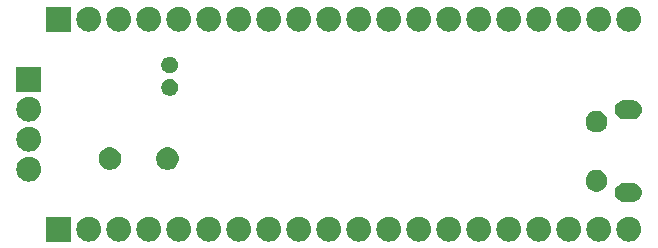
<source format=gbs>
G04 #@! TF.GenerationSoftware,KiCad,Pcbnew,(5.0.2)-1*
G04 #@! TF.CreationDate,2019-03-28T08:34:28+01:00*
G04 #@! TF.ProjectId,mibo48_xmc4,6d69626f-3438-45f7-986d-63342e6b6963,rev?*
G04 #@! TF.SameCoordinates,PX7a53eb0PY5ad6650*
G04 #@! TF.FileFunction,Soldermask,Bot*
G04 #@! TF.FilePolarity,Negative*
%FSLAX46Y46*%
G04 Gerber Fmt 4.6, Leading zero omitted, Abs format (unit mm)*
G04 Created by KiCad (PCBNEW (5.0.2)-1) date 2019-03-28 08:34:28*
%MOMM*%
%LPD*%
G01*
G04 APERTURE LIST*
%ADD10C,0.100000*%
G04 APERTURE END LIST*
D10*
G36*
X21718707Y-18007596D02*
X21795836Y-18015193D01*
X21927787Y-18055220D01*
X21993763Y-18075233D01*
X22176172Y-18172733D01*
X22336054Y-18303946D01*
X22467267Y-18463828D01*
X22564767Y-18646237D01*
X22564767Y-18646238D01*
X22624807Y-18844164D01*
X22645080Y-19050000D01*
X22624807Y-19255836D01*
X22584780Y-19387787D01*
X22564767Y-19453763D01*
X22467267Y-19636172D01*
X22336054Y-19796054D01*
X22176172Y-19927267D01*
X21993763Y-20024767D01*
X21927787Y-20044780D01*
X21795836Y-20084807D01*
X21718707Y-20092403D01*
X21641580Y-20100000D01*
X21538420Y-20100000D01*
X21461293Y-20092403D01*
X21384164Y-20084807D01*
X21252213Y-20044780D01*
X21186237Y-20024767D01*
X21003828Y-19927267D01*
X20843946Y-19796054D01*
X20712733Y-19636172D01*
X20615233Y-19453763D01*
X20595220Y-19387787D01*
X20555193Y-19255836D01*
X20534920Y-19050000D01*
X20555193Y-18844164D01*
X20615233Y-18646238D01*
X20615233Y-18646237D01*
X20712733Y-18463828D01*
X20843946Y-18303946D01*
X21003828Y-18172733D01*
X21186237Y-18075233D01*
X21252213Y-18055220D01*
X21384164Y-18015193D01*
X21461293Y-18007596D01*
X21538420Y-18000000D01*
X21641580Y-18000000D01*
X21718707Y-18007596D01*
X21718707Y-18007596D01*
G37*
G36*
X29338707Y-18007596D02*
X29415836Y-18015193D01*
X29547787Y-18055220D01*
X29613763Y-18075233D01*
X29796172Y-18172733D01*
X29956054Y-18303946D01*
X30087267Y-18463828D01*
X30184767Y-18646237D01*
X30184767Y-18646238D01*
X30244807Y-18844164D01*
X30265080Y-19050000D01*
X30244807Y-19255836D01*
X30204780Y-19387787D01*
X30184767Y-19453763D01*
X30087267Y-19636172D01*
X29956054Y-19796054D01*
X29796172Y-19927267D01*
X29613763Y-20024767D01*
X29547787Y-20044780D01*
X29415836Y-20084807D01*
X29338707Y-20092403D01*
X29261580Y-20100000D01*
X29158420Y-20100000D01*
X29081293Y-20092403D01*
X29004164Y-20084807D01*
X28872213Y-20044780D01*
X28806237Y-20024767D01*
X28623828Y-19927267D01*
X28463946Y-19796054D01*
X28332733Y-19636172D01*
X28235233Y-19453763D01*
X28215220Y-19387787D01*
X28175193Y-19255836D01*
X28154920Y-19050000D01*
X28175193Y-18844164D01*
X28235233Y-18646238D01*
X28235233Y-18646237D01*
X28332733Y-18463828D01*
X28463946Y-18303946D01*
X28623828Y-18172733D01*
X28806237Y-18075233D01*
X28872213Y-18055220D01*
X29004164Y-18015193D01*
X29081293Y-18007596D01*
X29158420Y-18000000D01*
X29261580Y-18000000D01*
X29338707Y-18007596D01*
X29338707Y-18007596D01*
G37*
G36*
X7400000Y-20100000D02*
X5300000Y-20100000D01*
X5300000Y-18000000D01*
X7400000Y-18000000D01*
X7400000Y-20100000D01*
X7400000Y-20100000D01*
G37*
G36*
X9018707Y-18007596D02*
X9095836Y-18015193D01*
X9227787Y-18055220D01*
X9293763Y-18075233D01*
X9476172Y-18172733D01*
X9636054Y-18303946D01*
X9767267Y-18463828D01*
X9864767Y-18646237D01*
X9864767Y-18646238D01*
X9924807Y-18844164D01*
X9945080Y-19050000D01*
X9924807Y-19255836D01*
X9884780Y-19387787D01*
X9864767Y-19453763D01*
X9767267Y-19636172D01*
X9636054Y-19796054D01*
X9476172Y-19927267D01*
X9293763Y-20024767D01*
X9227787Y-20044780D01*
X9095836Y-20084807D01*
X9018707Y-20092403D01*
X8941580Y-20100000D01*
X8838420Y-20100000D01*
X8761293Y-20092403D01*
X8684164Y-20084807D01*
X8552213Y-20044780D01*
X8486237Y-20024767D01*
X8303828Y-19927267D01*
X8143946Y-19796054D01*
X8012733Y-19636172D01*
X7915233Y-19453763D01*
X7895220Y-19387787D01*
X7855193Y-19255836D01*
X7834920Y-19050000D01*
X7855193Y-18844164D01*
X7915233Y-18646238D01*
X7915233Y-18646237D01*
X8012733Y-18463828D01*
X8143946Y-18303946D01*
X8303828Y-18172733D01*
X8486237Y-18075233D01*
X8552213Y-18055220D01*
X8684164Y-18015193D01*
X8761293Y-18007596D01*
X8838420Y-18000000D01*
X8941580Y-18000000D01*
X9018707Y-18007596D01*
X9018707Y-18007596D01*
G37*
G36*
X11558707Y-18007596D02*
X11635836Y-18015193D01*
X11767787Y-18055220D01*
X11833763Y-18075233D01*
X12016172Y-18172733D01*
X12176054Y-18303946D01*
X12307267Y-18463828D01*
X12404767Y-18646237D01*
X12404767Y-18646238D01*
X12464807Y-18844164D01*
X12485080Y-19050000D01*
X12464807Y-19255836D01*
X12424780Y-19387787D01*
X12404767Y-19453763D01*
X12307267Y-19636172D01*
X12176054Y-19796054D01*
X12016172Y-19927267D01*
X11833763Y-20024767D01*
X11767787Y-20044780D01*
X11635836Y-20084807D01*
X11558707Y-20092403D01*
X11481580Y-20100000D01*
X11378420Y-20100000D01*
X11301293Y-20092403D01*
X11224164Y-20084807D01*
X11092213Y-20044780D01*
X11026237Y-20024767D01*
X10843828Y-19927267D01*
X10683946Y-19796054D01*
X10552733Y-19636172D01*
X10455233Y-19453763D01*
X10435220Y-19387787D01*
X10395193Y-19255836D01*
X10374920Y-19050000D01*
X10395193Y-18844164D01*
X10455233Y-18646238D01*
X10455233Y-18646237D01*
X10552733Y-18463828D01*
X10683946Y-18303946D01*
X10843828Y-18172733D01*
X11026237Y-18075233D01*
X11092213Y-18055220D01*
X11224164Y-18015193D01*
X11301293Y-18007596D01*
X11378420Y-18000000D01*
X11481580Y-18000000D01*
X11558707Y-18007596D01*
X11558707Y-18007596D01*
G37*
G36*
X14098707Y-18007596D02*
X14175836Y-18015193D01*
X14307787Y-18055220D01*
X14373763Y-18075233D01*
X14556172Y-18172733D01*
X14716054Y-18303946D01*
X14847267Y-18463828D01*
X14944767Y-18646237D01*
X14944767Y-18646238D01*
X15004807Y-18844164D01*
X15025080Y-19050000D01*
X15004807Y-19255836D01*
X14964780Y-19387787D01*
X14944767Y-19453763D01*
X14847267Y-19636172D01*
X14716054Y-19796054D01*
X14556172Y-19927267D01*
X14373763Y-20024767D01*
X14307787Y-20044780D01*
X14175836Y-20084807D01*
X14098707Y-20092403D01*
X14021580Y-20100000D01*
X13918420Y-20100000D01*
X13841293Y-20092403D01*
X13764164Y-20084807D01*
X13632213Y-20044780D01*
X13566237Y-20024767D01*
X13383828Y-19927267D01*
X13223946Y-19796054D01*
X13092733Y-19636172D01*
X12995233Y-19453763D01*
X12975220Y-19387787D01*
X12935193Y-19255836D01*
X12914920Y-19050000D01*
X12935193Y-18844164D01*
X12995233Y-18646238D01*
X12995233Y-18646237D01*
X13092733Y-18463828D01*
X13223946Y-18303946D01*
X13383828Y-18172733D01*
X13566237Y-18075233D01*
X13632213Y-18055220D01*
X13764164Y-18015193D01*
X13841293Y-18007596D01*
X13918420Y-18000000D01*
X14021580Y-18000000D01*
X14098707Y-18007596D01*
X14098707Y-18007596D01*
G37*
G36*
X16638707Y-18007596D02*
X16715836Y-18015193D01*
X16847787Y-18055220D01*
X16913763Y-18075233D01*
X17096172Y-18172733D01*
X17256054Y-18303946D01*
X17387267Y-18463828D01*
X17484767Y-18646237D01*
X17484767Y-18646238D01*
X17544807Y-18844164D01*
X17565080Y-19050000D01*
X17544807Y-19255836D01*
X17504780Y-19387787D01*
X17484767Y-19453763D01*
X17387267Y-19636172D01*
X17256054Y-19796054D01*
X17096172Y-19927267D01*
X16913763Y-20024767D01*
X16847787Y-20044780D01*
X16715836Y-20084807D01*
X16638707Y-20092403D01*
X16561580Y-20100000D01*
X16458420Y-20100000D01*
X16381293Y-20092403D01*
X16304164Y-20084807D01*
X16172213Y-20044780D01*
X16106237Y-20024767D01*
X15923828Y-19927267D01*
X15763946Y-19796054D01*
X15632733Y-19636172D01*
X15535233Y-19453763D01*
X15515220Y-19387787D01*
X15475193Y-19255836D01*
X15454920Y-19050000D01*
X15475193Y-18844164D01*
X15535233Y-18646238D01*
X15535233Y-18646237D01*
X15632733Y-18463828D01*
X15763946Y-18303946D01*
X15923828Y-18172733D01*
X16106237Y-18075233D01*
X16172213Y-18055220D01*
X16304164Y-18015193D01*
X16381293Y-18007596D01*
X16458420Y-18000000D01*
X16561580Y-18000000D01*
X16638707Y-18007596D01*
X16638707Y-18007596D01*
G37*
G36*
X19178707Y-18007596D02*
X19255836Y-18015193D01*
X19387787Y-18055220D01*
X19453763Y-18075233D01*
X19636172Y-18172733D01*
X19796054Y-18303946D01*
X19927267Y-18463828D01*
X20024767Y-18646237D01*
X20024767Y-18646238D01*
X20084807Y-18844164D01*
X20105080Y-19050000D01*
X20084807Y-19255836D01*
X20044780Y-19387787D01*
X20024767Y-19453763D01*
X19927267Y-19636172D01*
X19796054Y-19796054D01*
X19636172Y-19927267D01*
X19453763Y-20024767D01*
X19387787Y-20044780D01*
X19255836Y-20084807D01*
X19178707Y-20092403D01*
X19101580Y-20100000D01*
X18998420Y-20100000D01*
X18921293Y-20092403D01*
X18844164Y-20084807D01*
X18712213Y-20044780D01*
X18646237Y-20024767D01*
X18463828Y-19927267D01*
X18303946Y-19796054D01*
X18172733Y-19636172D01*
X18075233Y-19453763D01*
X18055220Y-19387787D01*
X18015193Y-19255836D01*
X17994920Y-19050000D01*
X18015193Y-18844164D01*
X18075233Y-18646238D01*
X18075233Y-18646237D01*
X18172733Y-18463828D01*
X18303946Y-18303946D01*
X18463828Y-18172733D01*
X18646237Y-18075233D01*
X18712213Y-18055220D01*
X18844164Y-18015193D01*
X18921293Y-18007596D01*
X18998420Y-18000000D01*
X19101580Y-18000000D01*
X19178707Y-18007596D01*
X19178707Y-18007596D01*
G37*
G36*
X24258707Y-18007596D02*
X24335836Y-18015193D01*
X24467787Y-18055220D01*
X24533763Y-18075233D01*
X24716172Y-18172733D01*
X24876054Y-18303946D01*
X25007267Y-18463828D01*
X25104767Y-18646237D01*
X25104767Y-18646238D01*
X25164807Y-18844164D01*
X25185080Y-19050000D01*
X25164807Y-19255836D01*
X25124780Y-19387787D01*
X25104767Y-19453763D01*
X25007267Y-19636172D01*
X24876054Y-19796054D01*
X24716172Y-19927267D01*
X24533763Y-20024767D01*
X24467787Y-20044780D01*
X24335836Y-20084807D01*
X24258707Y-20092403D01*
X24181580Y-20100000D01*
X24078420Y-20100000D01*
X24001293Y-20092403D01*
X23924164Y-20084807D01*
X23792213Y-20044780D01*
X23726237Y-20024767D01*
X23543828Y-19927267D01*
X23383946Y-19796054D01*
X23252733Y-19636172D01*
X23155233Y-19453763D01*
X23135220Y-19387787D01*
X23095193Y-19255836D01*
X23074920Y-19050000D01*
X23095193Y-18844164D01*
X23155233Y-18646238D01*
X23155233Y-18646237D01*
X23252733Y-18463828D01*
X23383946Y-18303946D01*
X23543828Y-18172733D01*
X23726237Y-18075233D01*
X23792213Y-18055220D01*
X23924164Y-18015193D01*
X24001293Y-18007596D01*
X24078420Y-18000000D01*
X24181580Y-18000000D01*
X24258707Y-18007596D01*
X24258707Y-18007596D01*
G37*
G36*
X26798707Y-18007596D02*
X26875836Y-18015193D01*
X27007787Y-18055220D01*
X27073763Y-18075233D01*
X27256172Y-18172733D01*
X27416054Y-18303946D01*
X27547267Y-18463828D01*
X27644767Y-18646237D01*
X27644767Y-18646238D01*
X27704807Y-18844164D01*
X27725080Y-19050000D01*
X27704807Y-19255836D01*
X27664780Y-19387787D01*
X27644767Y-19453763D01*
X27547267Y-19636172D01*
X27416054Y-19796054D01*
X27256172Y-19927267D01*
X27073763Y-20024767D01*
X27007787Y-20044780D01*
X26875836Y-20084807D01*
X26798707Y-20092403D01*
X26721580Y-20100000D01*
X26618420Y-20100000D01*
X26541293Y-20092403D01*
X26464164Y-20084807D01*
X26332213Y-20044780D01*
X26266237Y-20024767D01*
X26083828Y-19927267D01*
X25923946Y-19796054D01*
X25792733Y-19636172D01*
X25695233Y-19453763D01*
X25675220Y-19387787D01*
X25635193Y-19255836D01*
X25614920Y-19050000D01*
X25635193Y-18844164D01*
X25695233Y-18646238D01*
X25695233Y-18646237D01*
X25792733Y-18463828D01*
X25923946Y-18303946D01*
X26083828Y-18172733D01*
X26266237Y-18075233D01*
X26332213Y-18055220D01*
X26464164Y-18015193D01*
X26541293Y-18007596D01*
X26618420Y-18000000D01*
X26721580Y-18000000D01*
X26798707Y-18007596D01*
X26798707Y-18007596D01*
G37*
G36*
X49658707Y-18007596D02*
X49735836Y-18015193D01*
X49867787Y-18055220D01*
X49933763Y-18075233D01*
X50116172Y-18172733D01*
X50276054Y-18303946D01*
X50407267Y-18463828D01*
X50504767Y-18646237D01*
X50504767Y-18646238D01*
X50564807Y-18844164D01*
X50585080Y-19050000D01*
X50564807Y-19255836D01*
X50524780Y-19387787D01*
X50504767Y-19453763D01*
X50407267Y-19636172D01*
X50276054Y-19796054D01*
X50116172Y-19927267D01*
X49933763Y-20024767D01*
X49867787Y-20044780D01*
X49735836Y-20084807D01*
X49658707Y-20092403D01*
X49581580Y-20100000D01*
X49478420Y-20100000D01*
X49401293Y-20092403D01*
X49324164Y-20084807D01*
X49192213Y-20044780D01*
X49126237Y-20024767D01*
X48943828Y-19927267D01*
X48783946Y-19796054D01*
X48652733Y-19636172D01*
X48555233Y-19453763D01*
X48535220Y-19387787D01*
X48495193Y-19255836D01*
X48474920Y-19050000D01*
X48495193Y-18844164D01*
X48555233Y-18646238D01*
X48555233Y-18646237D01*
X48652733Y-18463828D01*
X48783946Y-18303946D01*
X48943828Y-18172733D01*
X49126237Y-18075233D01*
X49192213Y-18055220D01*
X49324164Y-18015193D01*
X49401293Y-18007596D01*
X49478420Y-18000000D01*
X49581580Y-18000000D01*
X49658707Y-18007596D01*
X49658707Y-18007596D01*
G37*
G36*
X54738707Y-18007596D02*
X54815836Y-18015193D01*
X54947787Y-18055220D01*
X55013763Y-18075233D01*
X55196172Y-18172733D01*
X55356054Y-18303946D01*
X55487267Y-18463828D01*
X55584767Y-18646237D01*
X55584767Y-18646238D01*
X55644807Y-18844164D01*
X55665080Y-19050000D01*
X55644807Y-19255836D01*
X55604780Y-19387787D01*
X55584767Y-19453763D01*
X55487267Y-19636172D01*
X55356054Y-19796054D01*
X55196172Y-19927267D01*
X55013763Y-20024767D01*
X54947787Y-20044780D01*
X54815836Y-20084807D01*
X54738707Y-20092403D01*
X54661580Y-20100000D01*
X54558420Y-20100000D01*
X54481293Y-20092403D01*
X54404164Y-20084807D01*
X54272213Y-20044780D01*
X54206237Y-20024767D01*
X54023828Y-19927267D01*
X53863946Y-19796054D01*
X53732733Y-19636172D01*
X53635233Y-19453763D01*
X53615220Y-19387787D01*
X53575193Y-19255836D01*
X53554920Y-19050000D01*
X53575193Y-18844164D01*
X53635233Y-18646238D01*
X53635233Y-18646237D01*
X53732733Y-18463828D01*
X53863946Y-18303946D01*
X54023828Y-18172733D01*
X54206237Y-18075233D01*
X54272213Y-18055220D01*
X54404164Y-18015193D01*
X54481293Y-18007596D01*
X54558420Y-18000000D01*
X54661580Y-18000000D01*
X54738707Y-18007596D01*
X54738707Y-18007596D01*
G37*
G36*
X52198707Y-18007596D02*
X52275836Y-18015193D01*
X52407787Y-18055220D01*
X52473763Y-18075233D01*
X52656172Y-18172733D01*
X52816054Y-18303946D01*
X52947267Y-18463828D01*
X53044767Y-18646237D01*
X53044767Y-18646238D01*
X53104807Y-18844164D01*
X53125080Y-19050000D01*
X53104807Y-19255836D01*
X53064780Y-19387787D01*
X53044767Y-19453763D01*
X52947267Y-19636172D01*
X52816054Y-19796054D01*
X52656172Y-19927267D01*
X52473763Y-20024767D01*
X52407787Y-20044780D01*
X52275836Y-20084807D01*
X52198707Y-20092403D01*
X52121580Y-20100000D01*
X52018420Y-20100000D01*
X51941293Y-20092403D01*
X51864164Y-20084807D01*
X51732213Y-20044780D01*
X51666237Y-20024767D01*
X51483828Y-19927267D01*
X51323946Y-19796054D01*
X51192733Y-19636172D01*
X51095233Y-19453763D01*
X51075220Y-19387787D01*
X51035193Y-19255836D01*
X51014920Y-19050000D01*
X51035193Y-18844164D01*
X51095233Y-18646238D01*
X51095233Y-18646237D01*
X51192733Y-18463828D01*
X51323946Y-18303946D01*
X51483828Y-18172733D01*
X51666237Y-18075233D01*
X51732213Y-18055220D01*
X51864164Y-18015193D01*
X51941293Y-18007596D01*
X52018420Y-18000000D01*
X52121580Y-18000000D01*
X52198707Y-18007596D01*
X52198707Y-18007596D01*
G37*
G36*
X31878707Y-18007596D02*
X31955836Y-18015193D01*
X32087787Y-18055220D01*
X32153763Y-18075233D01*
X32336172Y-18172733D01*
X32496054Y-18303946D01*
X32627267Y-18463828D01*
X32724767Y-18646237D01*
X32724767Y-18646238D01*
X32784807Y-18844164D01*
X32805080Y-19050000D01*
X32784807Y-19255836D01*
X32744780Y-19387787D01*
X32724767Y-19453763D01*
X32627267Y-19636172D01*
X32496054Y-19796054D01*
X32336172Y-19927267D01*
X32153763Y-20024767D01*
X32087787Y-20044780D01*
X31955836Y-20084807D01*
X31878707Y-20092403D01*
X31801580Y-20100000D01*
X31698420Y-20100000D01*
X31621293Y-20092403D01*
X31544164Y-20084807D01*
X31412213Y-20044780D01*
X31346237Y-20024767D01*
X31163828Y-19927267D01*
X31003946Y-19796054D01*
X30872733Y-19636172D01*
X30775233Y-19453763D01*
X30755220Y-19387787D01*
X30715193Y-19255836D01*
X30694920Y-19050000D01*
X30715193Y-18844164D01*
X30775233Y-18646238D01*
X30775233Y-18646237D01*
X30872733Y-18463828D01*
X31003946Y-18303946D01*
X31163828Y-18172733D01*
X31346237Y-18075233D01*
X31412213Y-18055220D01*
X31544164Y-18015193D01*
X31621293Y-18007596D01*
X31698420Y-18000000D01*
X31801580Y-18000000D01*
X31878707Y-18007596D01*
X31878707Y-18007596D01*
G37*
G36*
X47118707Y-18007596D02*
X47195836Y-18015193D01*
X47327787Y-18055220D01*
X47393763Y-18075233D01*
X47576172Y-18172733D01*
X47736054Y-18303946D01*
X47867267Y-18463828D01*
X47964767Y-18646237D01*
X47964767Y-18646238D01*
X48024807Y-18844164D01*
X48045080Y-19050000D01*
X48024807Y-19255836D01*
X47984780Y-19387787D01*
X47964767Y-19453763D01*
X47867267Y-19636172D01*
X47736054Y-19796054D01*
X47576172Y-19927267D01*
X47393763Y-20024767D01*
X47327787Y-20044780D01*
X47195836Y-20084807D01*
X47118707Y-20092403D01*
X47041580Y-20100000D01*
X46938420Y-20100000D01*
X46861293Y-20092403D01*
X46784164Y-20084807D01*
X46652213Y-20044780D01*
X46586237Y-20024767D01*
X46403828Y-19927267D01*
X46243946Y-19796054D01*
X46112733Y-19636172D01*
X46015233Y-19453763D01*
X45995220Y-19387787D01*
X45955193Y-19255836D01*
X45934920Y-19050000D01*
X45955193Y-18844164D01*
X46015233Y-18646238D01*
X46015233Y-18646237D01*
X46112733Y-18463828D01*
X46243946Y-18303946D01*
X46403828Y-18172733D01*
X46586237Y-18075233D01*
X46652213Y-18055220D01*
X46784164Y-18015193D01*
X46861293Y-18007596D01*
X46938420Y-18000000D01*
X47041580Y-18000000D01*
X47118707Y-18007596D01*
X47118707Y-18007596D01*
G37*
G36*
X44578707Y-18007596D02*
X44655836Y-18015193D01*
X44787787Y-18055220D01*
X44853763Y-18075233D01*
X45036172Y-18172733D01*
X45196054Y-18303946D01*
X45327267Y-18463828D01*
X45424767Y-18646237D01*
X45424767Y-18646238D01*
X45484807Y-18844164D01*
X45505080Y-19050000D01*
X45484807Y-19255836D01*
X45444780Y-19387787D01*
X45424767Y-19453763D01*
X45327267Y-19636172D01*
X45196054Y-19796054D01*
X45036172Y-19927267D01*
X44853763Y-20024767D01*
X44787787Y-20044780D01*
X44655836Y-20084807D01*
X44578707Y-20092403D01*
X44501580Y-20100000D01*
X44398420Y-20100000D01*
X44321293Y-20092403D01*
X44244164Y-20084807D01*
X44112213Y-20044780D01*
X44046237Y-20024767D01*
X43863828Y-19927267D01*
X43703946Y-19796054D01*
X43572733Y-19636172D01*
X43475233Y-19453763D01*
X43455220Y-19387787D01*
X43415193Y-19255836D01*
X43394920Y-19050000D01*
X43415193Y-18844164D01*
X43475233Y-18646238D01*
X43475233Y-18646237D01*
X43572733Y-18463828D01*
X43703946Y-18303946D01*
X43863828Y-18172733D01*
X44046237Y-18075233D01*
X44112213Y-18055220D01*
X44244164Y-18015193D01*
X44321293Y-18007596D01*
X44398420Y-18000000D01*
X44501580Y-18000000D01*
X44578707Y-18007596D01*
X44578707Y-18007596D01*
G37*
G36*
X42038707Y-18007596D02*
X42115836Y-18015193D01*
X42247787Y-18055220D01*
X42313763Y-18075233D01*
X42496172Y-18172733D01*
X42656054Y-18303946D01*
X42787267Y-18463828D01*
X42884767Y-18646237D01*
X42884767Y-18646238D01*
X42944807Y-18844164D01*
X42965080Y-19050000D01*
X42944807Y-19255836D01*
X42904780Y-19387787D01*
X42884767Y-19453763D01*
X42787267Y-19636172D01*
X42656054Y-19796054D01*
X42496172Y-19927267D01*
X42313763Y-20024767D01*
X42247787Y-20044780D01*
X42115836Y-20084807D01*
X42038707Y-20092403D01*
X41961580Y-20100000D01*
X41858420Y-20100000D01*
X41781293Y-20092403D01*
X41704164Y-20084807D01*
X41572213Y-20044780D01*
X41506237Y-20024767D01*
X41323828Y-19927267D01*
X41163946Y-19796054D01*
X41032733Y-19636172D01*
X40935233Y-19453763D01*
X40915220Y-19387787D01*
X40875193Y-19255836D01*
X40854920Y-19050000D01*
X40875193Y-18844164D01*
X40935233Y-18646238D01*
X40935233Y-18646237D01*
X41032733Y-18463828D01*
X41163946Y-18303946D01*
X41323828Y-18172733D01*
X41506237Y-18075233D01*
X41572213Y-18055220D01*
X41704164Y-18015193D01*
X41781293Y-18007596D01*
X41858420Y-18000000D01*
X41961580Y-18000000D01*
X42038707Y-18007596D01*
X42038707Y-18007596D01*
G37*
G36*
X39498707Y-18007596D02*
X39575836Y-18015193D01*
X39707787Y-18055220D01*
X39773763Y-18075233D01*
X39956172Y-18172733D01*
X40116054Y-18303946D01*
X40247267Y-18463828D01*
X40344767Y-18646237D01*
X40344767Y-18646238D01*
X40404807Y-18844164D01*
X40425080Y-19050000D01*
X40404807Y-19255836D01*
X40364780Y-19387787D01*
X40344767Y-19453763D01*
X40247267Y-19636172D01*
X40116054Y-19796054D01*
X39956172Y-19927267D01*
X39773763Y-20024767D01*
X39707787Y-20044780D01*
X39575836Y-20084807D01*
X39498707Y-20092403D01*
X39421580Y-20100000D01*
X39318420Y-20100000D01*
X39241293Y-20092403D01*
X39164164Y-20084807D01*
X39032213Y-20044780D01*
X38966237Y-20024767D01*
X38783828Y-19927267D01*
X38623946Y-19796054D01*
X38492733Y-19636172D01*
X38395233Y-19453763D01*
X38375220Y-19387787D01*
X38335193Y-19255836D01*
X38314920Y-19050000D01*
X38335193Y-18844164D01*
X38395233Y-18646238D01*
X38395233Y-18646237D01*
X38492733Y-18463828D01*
X38623946Y-18303946D01*
X38783828Y-18172733D01*
X38966237Y-18075233D01*
X39032213Y-18055220D01*
X39164164Y-18015193D01*
X39241293Y-18007596D01*
X39318420Y-18000000D01*
X39421580Y-18000000D01*
X39498707Y-18007596D01*
X39498707Y-18007596D01*
G37*
G36*
X36958707Y-18007596D02*
X37035836Y-18015193D01*
X37167787Y-18055220D01*
X37233763Y-18075233D01*
X37416172Y-18172733D01*
X37576054Y-18303946D01*
X37707267Y-18463828D01*
X37804767Y-18646237D01*
X37804767Y-18646238D01*
X37864807Y-18844164D01*
X37885080Y-19050000D01*
X37864807Y-19255836D01*
X37824780Y-19387787D01*
X37804767Y-19453763D01*
X37707267Y-19636172D01*
X37576054Y-19796054D01*
X37416172Y-19927267D01*
X37233763Y-20024767D01*
X37167787Y-20044780D01*
X37035836Y-20084807D01*
X36958707Y-20092403D01*
X36881580Y-20100000D01*
X36778420Y-20100000D01*
X36701293Y-20092403D01*
X36624164Y-20084807D01*
X36492213Y-20044780D01*
X36426237Y-20024767D01*
X36243828Y-19927267D01*
X36083946Y-19796054D01*
X35952733Y-19636172D01*
X35855233Y-19453763D01*
X35835220Y-19387787D01*
X35795193Y-19255836D01*
X35774920Y-19050000D01*
X35795193Y-18844164D01*
X35855233Y-18646238D01*
X35855233Y-18646237D01*
X35952733Y-18463828D01*
X36083946Y-18303946D01*
X36243828Y-18172733D01*
X36426237Y-18075233D01*
X36492213Y-18055220D01*
X36624164Y-18015193D01*
X36701293Y-18007596D01*
X36778420Y-18000000D01*
X36881580Y-18000000D01*
X36958707Y-18007596D01*
X36958707Y-18007596D01*
G37*
G36*
X34418707Y-18007596D02*
X34495836Y-18015193D01*
X34627787Y-18055220D01*
X34693763Y-18075233D01*
X34876172Y-18172733D01*
X35036054Y-18303946D01*
X35167267Y-18463828D01*
X35264767Y-18646237D01*
X35264767Y-18646238D01*
X35324807Y-18844164D01*
X35345080Y-19050000D01*
X35324807Y-19255836D01*
X35284780Y-19387787D01*
X35264767Y-19453763D01*
X35167267Y-19636172D01*
X35036054Y-19796054D01*
X34876172Y-19927267D01*
X34693763Y-20024767D01*
X34627787Y-20044780D01*
X34495836Y-20084807D01*
X34418707Y-20092403D01*
X34341580Y-20100000D01*
X34238420Y-20100000D01*
X34161293Y-20092403D01*
X34084164Y-20084807D01*
X33952213Y-20044780D01*
X33886237Y-20024767D01*
X33703828Y-19927267D01*
X33543946Y-19796054D01*
X33412733Y-19636172D01*
X33315233Y-19453763D01*
X33295220Y-19387787D01*
X33255193Y-19255836D01*
X33234920Y-19050000D01*
X33255193Y-18844164D01*
X33315233Y-18646238D01*
X33315233Y-18646237D01*
X33412733Y-18463828D01*
X33543946Y-18303946D01*
X33703828Y-18172733D01*
X33886237Y-18075233D01*
X33952213Y-18055220D01*
X34084164Y-18015193D01*
X34161293Y-18007596D01*
X34238420Y-18000000D01*
X34341580Y-18000000D01*
X34418707Y-18007596D01*
X34418707Y-18007596D01*
G37*
G36*
X55045149Y-15153717D02*
X55084327Y-15157576D01*
X55159727Y-15180448D01*
X55235129Y-15203321D01*
X55374108Y-15277608D01*
X55495922Y-15377578D01*
X55595892Y-15499392D01*
X55670179Y-15638371D01*
X55715924Y-15789174D01*
X55731370Y-15946000D01*
X55715924Y-16102826D01*
X55670179Y-16253629D01*
X55595892Y-16392608D01*
X55495922Y-16514422D01*
X55374108Y-16614392D01*
X55235129Y-16688679D01*
X55159728Y-16711551D01*
X55084327Y-16734424D01*
X55045149Y-16738283D01*
X54966795Y-16746000D01*
X54188205Y-16746000D01*
X54109851Y-16738283D01*
X54070673Y-16734424D01*
X53995272Y-16711551D01*
X53919871Y-16688679D01*
X53780892Y-16614392D01*
X53659078Y-16514422D01*
X53559108Y-16392608D01*
X53484821Y-16253629D01*
X53439076Y-16102826D01*
X53423630Y-15946000D01*
X53439076Y-15789174D01*
X53484821Y-15638371D01*
X53559108Y-15499392D01*
X53659078Y-15377578D01*
X53780892Y-15277608D01*
X53919871Y-15203321D01*
X53995273Y-15180448D01*
X54070673Y-15157576D01*
X54109851Y-15153717D01*
X54188205Y-15146000D01*
X54966795Y-15146000D01*
X55045149Y-15153717D01*
X55045149Y-15153717D01*
G37*
G36*
X52147311Y-14056546D02*
X52147314Y-14056547D01*
X52147313Y-14056547D01*
X52315652Y-14126275D01*
X52315653Y-14126276D01*
X52467156Y-14227507D01*
X52595993Y-14356344D01*
X52595995Y-14356347D01*
X52697225Y-14507848D01*
X52717241Y-14556171D01*
X52766954Y-14676189D01*
X52802500Y-14854894D01*
X52802500Y-15037106D01*
X52766954Y-15215811D01*
X52766953Y-15215813D01*
X52697225Y-15384152D01*
X52597360Y-15533611D01*
X52595993Y-15535656D01*
X52467156Y-15664493D01*
X52467153Y-15664495D01*
X52315652Y-15765725D01*
X52185448Y-15819657D01*
X52147311Y-15835454D01*
X51968606Y-15871000D01*
X51786394Y-15871000D01*
X51607689Y-15835454D01*
X51569552Y-15819657D01*
X51439348Y-15765725D01*
X51287847Y-15664495D01*
X51287844Y-15664493D01*
X51159007Y-15535656D01*
X51157640Y-15533611D01*
X51057775Y-15384152D01*
X50988047Y-15215813D01*
X50988046Y-15215811D01*
X50952500Y-15037106D01*
X50952500Y-14854894D01*
X50988046Y-14676189D01*
X51037759Y-14556171D01*
X51057775Y-14507848D01*
X51159005Y-14356347D01*
X51159007Y-14356344D01*
X51287844Y-14227507D01*
X51439347Y-14126276D01*
X51439348Y-14126275D01*
X51607687Y-14056547D01*
X51607686Y-14056547D01*
X51607689Y-14056546D01*
X51786394Y-14021000D01*
X51968606Y-14021000D01*
X52147311Y-14056546D01*
X52147311Y-14056546D01*
G37*
G36*
X3938707Y-12927597D02*
X4015836Y-12935193D01*
X4147787Y-12975220D01*
X4213763Y-12995233D01*
X4396172Y-13092733D01*
X4556054Y-13223946D01*
X4687267Y-13383828D01*
X4784767Y-13566237D01*
X4784767Y-13566238D01*
X4844807Y-13764164D01*
X4865080Y-13970000D01*
X4844807Y-14175836D01*
X4804780Y-14307787D01*
X4784767Y-14373763D01*
X4687267Y-14556172D01*
X4556054Y-14716054D01*
X4396172Y-14847267D01*
X4213763Y-14944767D01*
X4147787Y-14964780D01*
X4015836Y-15004807D01*
X3938707Y-15012404D01*
X3861580Y-15020000D01*
X3758420Y-15020000D01*
X3681293Y-15012404D01*
X3604164Y-15004807D01*
X3472213Y-14964780D01*
X3406237Y-14944767D01*
X3223828Y-14847267D01*
X3063946Y-14716054D01*
X2932733Y-14556172D01*
X2835233Y-14373763D01*
X2815220Y-14307787D01*
X2775193Y-14175836D01*
X2754920Y-13970000D01*
X2775193Y-13764164D01*
X2835233Y-13566238D01*
X2835233Y-13566237D01*
X2932733Y-13383828D01*
X3063946Y-13223946D01*
X3223828Y-13092733D01*
X3406237Y-12995233D01*
X3472213Y-12975220D01*
X3604164Y-12935193D01*
X3681293Y-12927597D01*
X3758420Y-12920000D01*
X3861580Y-12920000D01*
X3938707Y-12927597D01*
X3938707Y-12927597D01*
G37*
G36*
X15687451Y-12140127D02*
X15825105Y-12167508D01*
X15997994Y-12239121D01*
X16153590Y-12343087D01*
X16285913Y-12475410D01*
X16389879Y-12631006D01*
X16461492Y-12803895D01*
X16498000Y-12987433D01*
X16498000Y-13174567D01*
X16461492Y-13358105D01*
X16389879Y-13530994D01*
X16285913Y-13686590D01*
X16153590Y-13818913D01*
X15997994Y-13922879D01*
X15825105Y-13994492D01*
X15691840Y-14021000D01*
X15641568Y-14031000D01*
X15454432Y-14031000D01*
X15404160Y-14021000D01*
X15270895Y-13994492D01*
X15098006Y-13922879D01*
X14942410Y-13818913D01*
X14810087Y-13686590D01*
X14706121Y-13530994D01*
X14634508Y-13358105D01*
X14598000Y-13174567D01*
X14598000Y-12987433D01*
X14634508Y-12803895D01*
X14706121Y-12631006D01*
X14810087Y-12475410D01*
X14942410Y-12343087D01*
X15098006Y-12239121D01*
X15270895Y-12167508D01*
X15408549Y-12140127D01*
X15454432Y-12131000D01*
X15641568Y-12131000D01*
X15687451Y-12140127D01*
X15687451Y-12140127D01*
G37*
G36*
X10807451Y-12140127D02*
X10945105Y-12167508D01*
X11117994Y-12239121D01*
X11273590Y-12343087D01*
X11405913Y-12475410D01*
X11509879Y-12631006D01*
X11581492Y-12803895D01*
X11618000Y-12987433D01*
X11618000Y-13174567D01*
X11581492Y-13358105D01*
X11509879Y-13530994D01*
X11405913Y-13686590D01*
X11273590Y-13818913D01*
X11117994Y-13922879D01*
X10945105Y-13994492D01*
X10811840Y-14021000D01*
X10761568Y-14031000D01*
X10574432Y-14031000D01*
X10524160Y-14021000D01*
X10390895Y-13994492D01*
X10218006Y-13922879D01*
X10062410Y-13818913D01*
X9930087Y-13686590D01*
X9826121Y-13530994D01*
X9754508Y-13358105D01*
X9718000Y-13174567D01*
X9718000Y-12987433D01*
X9754508Y-12803895D01*
X9826121Y-12631006D01*
X9930087Y-12475410D01*
X10062410Y-12343087D01*
X10218006Y-12239121D01*
X10390895Y-12167508D01*
X10528549Y-12140127D01*
X10574432Y-12131000D01*
X10761568Y-12131000D01*
X10807451Y-12140127D01*
X10807451Y-12140127D01*
G37*
G36*
X3938707Y-10387596D02*
X4015836Y-10395193D01*
X4147787Y-10435220D01*
X4213763Y-10455233D01*
X4396172Y-10552733D01*
X4556054Y-10683946D01*
X4687267Y-10843828D01*
X4784767Y-11026237D01*
X4784767Y-11026238D01*
X4844807Y-11224164D01*
X4865080Y-11430000D01*
X4844807Y-11635836D01*
X4804780Y-11767787D01*
X4784767Y-11833763D01*
X4687267Y-12016172D01*
X4556054Y-12176054D01*
X4396172Y-12307267D01*
X4213763Y-12404767D01*
X4147787Y-12424780D01*
X4015836Y-12464807D01*
X3938707Y-12472404D01*
X3861580Y-12480000D01*
X3758420Y-12480000D01*
X3681293Y-12472404D01*
X3604164Y-12464807D01*
X3472213Y-12424780D01*
X3406237Y-12404767D01*
X3223828Y-12307267D01*
X3063946Y-12176054D01*
X2932733Y-12016172D01*
X2835233Y-11833763D01*
X2815220Y-11767787D01*
X2775193Y-11635836D01*
X2754920Y-11430000D01*
X2775193Y-11224164D01*
X2835233Y-11026238D01*
X2835233Y-11026237D01*
X2932733Y-10843828D01*
X3063946Y-10683946D01*
X3223828Y-10552733D01*
X3406237Y-10455233D01*
X3472213Y-10435220D01*
X3604164Y-10395193D01*
X3681293Y-10387596D01*
X3758420Y-10380000D01*
X3861580Y-10380000D01*
X3938707Y-10387596D01*
X3938707Y-10387596D01*
G37*
G36*
X52147311Y-9056546D02*
X52147314Y-9056547D01*
X52147313Y-9056547D01*
X52315652Y-9126275D01*
X52315653Y-9126276D01*
X52467156Y-9227507D01*
X52595993Y-9356344D01*
X52595995Y-9356347D01*
X52697225Y-9507848D01*
X52741357Y-9614392D01*
X52766954Y-9676189D01*
X52802500Y-9854894D01*
X52802500Y-10037106D01*
X52766954Y-10215811D01*
X52766953Y-10215813D01*
X52697225Y-10384152D01*
X52649730Y-10455233D01*
X52595993Y-10535656D01*
X52467156Y-10664493D01*
X52467153Y-10664495D01*
X52315652Y-10765725D01*
X52185448Y-10819657D01*
X52147311Y-10835454D01*
X51968606Y-10871000D01*
X51786394Y-10871000D01*
X51607689Y-10835454D01*
X51569552Y-10819657D01*
X51439348Y-10765725D01*
X51287847Y-10664495D01*
X51287844Y-10664493D01*
X51159007Y-10535656D01*
X51105270Y-10455233D01*
X51057775Y-10384152D01*
X50988047Y-10215813D01*
X50988046Y-10215811D01*
X50952500Y-10037106D01*
X50952500Y-9854894D01*
X50988046Y-9676189D01*
X51013643Y-9614392D01*
X51057775Y-9507848D01*
X51159005Y-9356347D01*
X51159007Y-9356344D01*
X51287844Y-9227507D01*
X51439347Y-9126276D01*
X51439348Y-9126275D01*
X51607687Y-9056547D01*
X51607686Y-9056547D01*
X51607689Y-9056546D01*
X51786394Y-9021000D01*
X51968606Y-9021000D01*
X52147311Y-9056546D01*
X52147311Y-9056546D01*
G37*
G36*
X3938707Y-7847596D02*
X4015836Y-7855193D01*
X4147787Y-7895220D01*
X4213763Y-7915233D01*
X4396172Y-8012733D01*
X4556054Y-8143946D01*
X4687267Y-8303828D01*
X4784767Y-8486237D01*
X4784767Y-8486238D01*
X4844807Y-8684164D01*
X4865080Y-8890000D01*
X4844807Y-9095836D01*
X4842686Y-9102827D01*
X4784767Y-9293763D01*
X4687267Y-9476172D01*
X4556054Y-9636054D01*
X4396172Y-9767267D01*
X4213763Y-9864767D01*
X4147787Y-9884780D01*
X4015836Y-9924807D01*
X3938707Y-9932403D01*
X3861580Y-9940000D01*
X3758420Y-9940000D01*
X3681293Y-9932404D01*
X3604164Y-9924807D01*
X3472213Y-9884780D01*
X3406237Y-9864767D01*
X3223828Y-9767267D01*
X3063946Y-9636054D01*
X2932733Y-9476172D01*
X2835233Y-9293763D01*
X2777314Y-9102827D01*
X2775193Y-9095836D01*
X2754920Y-8890000D01*
X2775193Y-8684164D01*
X2835233Y-8486238D01*
X2835233Y-8486237D01*
X2932733Y-8303828D01*
X3063946Y-8143946D01*
X3223828Y-8012733D01*
X3406237Y-7915233D01*
X3472213Y-7895220D01*
X3604164Y-7855193D01*
X3681293Y-7847596D01*
X3758420Y-7840000D01*
X3861580Y-7840000D01*
X3938707Y-7847596D01*
X3938707Y-7847596D01*
G37*
G36*
X55045149Y-8153717D02*
X55084327Y-8157576D01*
X55159727Y-8180448D01*
X55235129Y-8203321D01*
X55374108Y-8277608D01*
X55495922Y-8377578D01*
X55595892Y-8499392D01*
X55670179Y-8638371D01*
X55693052Y-8713773D01*
X55715924Y-8789173D01*
X55731370Y-8946000D01*
X55716613Y-9095836D01*
X55715924Y-9102826D01*
X55670179Y-9253629D01*
X55595892Y-9392608D01*
X55495922Y-9514422D01*
X55374108Y-9614392D01*
X55235129Y-9688679D01*
X55159728Y-9711551D01*
X55084327Y-9734424D01*
X55045149Y-9738283D01*
X54966795Y-9746000D01*
X54188205Y-9746000D01*
X54109851Y-9738283D01*
X54070673Y-9734424D01*
X53995272Y-9711551D01*
X53919871Y-9688679D01*
X53780892Y-9614392D01*
X53659078Y-9514422D01*
X53559108Y-9392608D01*
X53484821Y-9253629D01*
X53439076Y-9102826D01*
X53438388Y-9095836D01*
X53423630Y-8946000D01*
X53439076Y-8789173D01*
X53461948Y-8713773D01*
X53484821Y-8638371D01*
X53559108Y-8499392D01*
X53659078Y-8377578D01*
X53780892Y-8277608D01*
X53919871Y-8203321D01*
X53995273Y-8180448D01*
X54070673Y-8157576D01*
X54109851Y-8153717D01*
X54188205Y-8146000D01*
X54966795Y-8146000D01*
X55045149Y-8153717D01*
X55045149Y-8153717D01*
G37*
G36*
X15952183Y-6370400D02*
X16079574Y-6423168D01*
X16194225Y-6499775D01*
X16291725Y-6597275D01*
X16368332Y-6711926D01*
X16421100Y-6839317D01*
X16448000Y-6974555D01*
X16448000Y-7112445D01*
X16421100Y-7247683D01*
X16368332Y-7375074D01*
X16291725Y-7489725D01*
X16194225Y-7587225D01*
X16079574Y-7663832D01*
X15952183Y-7716600D01*
X15816945Y-7743500D01*
X15679055Y-7743500D01*
X15543817Y-7716600D01*
X15416426Y-7663832D01*
X15301775Y-7587225D01*
X15204275Y-7489725D01*
X15127668Y-7375074D01*
X15074900Y-7247683D01*
X15048000Y-7112445D01*
X15048000Y-6974555D01*
X15074900Y-6839317D01*
X15127668Y-6711926D01*
X15204275Y-6597275D01*
X15301775Y-6499775D01*
X15416426Y-6423168D01*
X15543817Y-6370400D01*
X15679055Y-6343500D01*
X15816945Y-6343500D01*
X15952183Y-6370400D01*
X15952183Y-6370400D01*
G37*
G36*
X4860000Y-7400000D02*
X2760000Y-7400000D01*
X2760000Y-5300000D01*
X4860000Y-5300000D01*
X4860000Y-7400000D01*
X4860000Y-7400000D01*
G37*
G36*
X15952183Y-4470400D02*
X16079574Y-4523168D01*
X16194225Y-4599775D01*
X16291725Y-4697275D01*
X16368332Y-4811926D01*
X16421100Y-4939317D01*
X16448000Y-5074555D01*
X16448000Y-5212445D01*
X16421100Y-5347683D01*
X16368332Y-5475074D01*
X16291725Y-5589725D01*
X16194225Y-5687225D01*
X16079574Y-5763832D01*
X15952183Y-5816600D01*
X15816945Y-5843500D01*
X15679055Y-5843500D01*
X15543817Y-5816600D01*
X15416426Y-5763832D01*
X15301775Y-5687225D01*
X15204275Y-5589725D01*
X15127668Y-5475074D01*
X15074900Y-5347683D01*
X15048000Y-5212445D01*
X15048000Y-5074555D01*
X15074900Y-4939317D01*
X15127668Y-4811926D01*
X15204275Y-4697275D01*
X15301775Y-4599775D01*
X15416426Y-4523168D01*
X15543817Y-4470400D01*
X15679055Y-4443500D01*
X15816945Y-4443500D01*
X15952183Y-4470400D01*
X15952183Y-4470400D01*
G37*
G36*
X7400000Y-2320000D02*
X5300000Y-2320000D01*
X5300000Y-220000D01*
X7400000Y-220000D01*
X7400000Y-2320000D01*
X7400000Y-2320000D01*
G37*
G36*
X11558707Y-227597D02*
X11635836Y-235193D01*
X11767787Y-275220D01*
X11833763Y-295233D01*
X12016172Y-392733D01*
X12176054Y-523946D01*
X12307267Y-683828D01*
X12404767Y-866237D01*
X12404767Y-866238D01*
X12464807Y-1064164D01*
X12485080Y-1270000D01*
X12464807Y-1475836D01*
X12424780Y-1607787D01*
X12404767Y-1673763D01*
X12307267Y-1856172D01*
X12176054Y-2016054D01*
X12016172Y-2147267D01*
X11833763Y-2244767D01*
X11767787Y-2264780D01*
X11635836Y-2304807D01*
X11558707Y-2312403D01*
X11481580Y-2320000D01*
X11378420Y-2320000D01*
X11301293Y-2312403D01*
X11224164Y-2304807D01*
X11092213Y-2264780D01*
X11026237Y-2244767D01*
X10843828Y-2147267D01*
X10683946Y-2016054D01*
X10552733Y-1856172D01*
X10455233Y-1673763D01*
X10435220Y-1607787D01*
X10395193Y-1475836D01*
X10374920Y-1270000D01*
X10395193Y-1064164D01*
X10455233Y-866238D01*
X10455233Y-866237D01*
X10552733Y-683828D01*
X10683946Y-523946D01*
X10843828Y-392733D01*
X11026237Y-295233D01*
X11092213Y-275220D01*
X11224164Y-235193D01*
X11301293Y-227597D01*
X11378420Y-220000D01*
X11481580Y-220000D01*
X11558707Y-227597D01*
X11558707Y-227597D01*
G37*
G36*
X14098707Y-227597D02*
X14175836Y-235193D01*
X14307787Y-275220D01*
X14373763Y-295233D01*
X14556172Y-392733D01*
X14716054Y-523946D01*
X14847267Y-683828D01*
X14944767Y-866237D01*
X14944767Y-866238D01*
X15004807Y-1064164D01*
X15025080Y-1270000D01*
X15004807Y-1475836D01*
X14964780Y-1607787D01*
X14944767Y-1673763D01*
X14847267Y-1856172D01*
X14716054Y-2016054D01*
X14556172Y-2147267D01*
X14373763Y-2244767D01*
X14307787Y-2264780D01*
X14175836Y-2304807D01*
X14098707Y-2312403D01*
X14021580Y-2320000D01*
X13918420Y-2320000D01*
X13841293Y-2312403D01*
X13764164Y-2304807D01*
X13632213Y-2264780D01*
X13566237Y-2244767D01*
X13383828Y-2147267D01*
X13223946Y-2016054D01*
X13092733Y-1856172D01*
X12995233Y-1673763D01*
X12975220Y-1607787D01*
X12935193Y-1475836D01*
X12914920Y-1270000D01*
X12935193Y-1064164D01*
X12995233Y-866238D01*
X12995233Y-866237D01*
X13092733Y-683828D01*
X13223946Y-523946D01*
X13383828Y-392733D01*
X13566237Y-295233D01*
X13632213Y-275220D01*
X13764164Y-235193D01*
X13841293Y-227597D01*
X13918420Y-220000D01*
X14021580Y-220000D01*
X14098707Y-227597D01*
X14098707Y-227597D01*
G37*
G36*
X16638707Y-227597D02*
X16715836Y-235193D01*
X16847787Y-275220D01*
X16913763Y-295233D01*
X17096172Y-392733D01*
X17256054Y-523946D01*
X17387267Y-683828D01*
X17484767Y-866237D01*
X17484767Y-866238D01*
X17544807Y-1064164D01*
X17565080Y-1270000D01*
X17544807Y-1475836D01*
X17504780Y-1607787D01*
X17484767Y-1673763D01*
X17387267Y-1856172D01*
X17256054Y-2016054D01*
X17096172Y-2147267D01*
X16913763Y-2244767D01*
X16847787Y-2264780D01*
X16715836Y-2304807D01*
X16638707Y-2312403D01*
X16561580Y-2320000D01*
X16458420Y-2320000D01*
X16381293Y-2312403D01*
X16304164Y-2304807D01*
X16172213Y-2264780D01*
X16106237Y-2244767D01*
X15923828Y-2147267D01*
X15763946Y-2016054D01*
X15632733Y-1856172D01*
X15535233Y-1673763D01*
X15515220Y-1607787D01*
X15475193Y-1475836D01*
X15454920Y-1270000D01*
X15475193Y-1064164D01*
X15535233Y-866238D01*
X15535233Y-866237D01*
X15632733Y-683828D01*
X15763946Y-523946D01*
X15923828Y-392733D01*
X16106237Y-295233D01*
X16172213Y-275220D01*
X16304164Y-235193D01*
X16381293Y-227597D01*
X16458420Y-220000D01*
X16561580Y-220000D01*
X16638707Y-227597D01*
X16638707Y-227597D01*
G37*
G36*
X21718707Y-227597D02*
X21795836Y-235193D01*
X21927787Y-275220D01*
X21993763Y-295233D01*
X22176172Y-392733D01*
X22336054Y-523946D01*
X22467267Y-683828D01*
X22564767Y-866237D01*
X22564767Y-866238D01*
X22624807Y-1064164D01*
X22645080Y-1270000D01*
X22624807Y-1475836D01*
X22584780Y-1607787D01*
X22564767Y-1673763D01*
X22467267Y-1856172D01*
X22336054Y-2016054D01*
X22176172Y-2147267D01*
X21993763Y-2244767D01*
X21927787Y-2264780D01*
X21795836Y-2304807D01*
X21718707Y-2312403D01*
X21641580Y-2320000D01*
X21538420Y-2320000D01*
X21461293Y-2312403D01*
X21384164Y-2304807D01*
X21252213Y-2264780D01*
X21186237Y-2244767D01*
X21003828Y-2147267D01*
X20843946Y-2016054D01*
X20712733Y-1856172D01*
X20615233Y-1673763D01*
X20595220Y-1607787D01*
X20555193Y-1475836D01*
X20534920Y-1270000D01*
X20555193Y-1064164D01*
X20615233Y-866238D01*
X20615233Y-866237D01*
X20712733Y-683828D01*
X20843946Y-523946D01*
X21003828Y-392733D01*
X21186237Y-295233D01*
X21252213Y-275220D01*
X21384164Y-235193D01*
X21461293Y-227597D01*
X21538420Y-220000D01*
X21641580Y-220000D01*
X21718707Y-227597D01*
X21718707Y-227597D01*
G37*
G36*
X24258707Y-227597D02*
X24335836Y-235193D01*
X24467787Y-275220D01*
X24533763Y-295233D01*
X24716172Y-392733D01*
X24876054Y-523946D01*
X25007267Y-683828D01*
X25104767Y-866237D01*
X25104767Y-866238D01*
X25164807Y-1064164D01*
X25185080Y-1270000D01*
X25164807Y-1475836D01*
X25124780Y-1607787D01*
X25104767Y-1673763D01*
X25007267Y-1856172D01*
X24876054Y-2016054D01*
X24716172Y-2147267D01*
X24533763Y-2244767D01*
X24467787Y-2264780D01*
X24335836Y-2304807D01*
X24258707Y-2312403D01*
X24181580Y-2320000D01*
X24078420Y-2320000D01*
X24001293Y-2312403D01*
X23924164Y-2304807D01*
X23792213Y-2264780D01*
X23726237Y-2244767D01*
X23543828Y-2147267D01*
X23383946Y-2016054D01*
X23252733Y-1856172D01*
X23155233Y-1673763D01*
X23135220Y-1607787D01*
X23095193Y-1475836D01*
X23074920Y-1270000D01*
X23095193Y-1064164D01*
X23155233Y-866238D01*
X23155233Y-866237D01*
X23252733Y-683828D01*
X23383946Y-523946D01*
X23543828Y-392733D01*
X23726237Y-295233D01*
X23792213Y-275220D01*
X23924164Y-235193D01*
X24001293Y-227597D01*
X24078420Y-220000D01*
X24181580Y-220000D01*
X24258707Y-227597D01*
X24258707Y-227597D01*
G37*
G36*
X26798707Y-227597D02*
X26875836Y-235193D01*
X27007787Y-275220D01*
X27073763Y-295233D01*
X27256172Y-392733D01*
X27416054Y-523946D01*
X27547267Y-683828D01*
X27644767Y-866237D01*
X27644767Y-866238D01*
X27704807Y-1064164D01*
X27725080Y-1270000D01*
X27704807Y-1475836D01*
X27664780Y-1607787D01*
X27644767Y-1673763D01*
X27547267Y-1856172D01*
X27416054Y-2016054D01*
X27256172Y-2147267D01*
X27073763Y-2244767D01*
X27007787Y-2264780D01*
X26875836Y-2304807D01*
X26798707Y-2312403D01*
X26721580Y-2320000D01*
X26618420Y-2320000D01*
X26541293Y-2312403D01*
X26464164Y-2304807D01*
X26332213Y-2264780D01*
X26266237Y-2244767D01*
X26083828Y-2147267D01*
X25923946Y-2016054D01*
X25792733Y-1856172D01*
X25695233Y-1673763D01*
X25675220Y-1607787D01*
X25635193Y-1475836D01*
X25614920Y-1270000D01*
X25635193Y-1064164D01*
X25695233Y-866238D01*
X25695233Y-866237D01*
X25792733Y-683828D01*
X25923946Y-523946D01*
X26083828Y-392733D01*
X26266237Y-295233D01*
X26332213Y-275220D01*
X26464164Y-235193D01*
X26541293Y-227597D01*
X26618420Y-220000D01*
X26721580Y-220000D01*
X26798707Y-227597D01*
X26798707Y-227597D01*
G37*
G36*
X29338707Y-227597D02*
X29415836Y-235193D01*
X29547787Y-275220D01*
X29613763Y-295233D01*
X29796172Y-392733D01*
X29956054Y-523946D01*
X30087267Y-683828D01*
X30184767Y-866237D01*
X30184767Y-866238D01*
X30244807Y-1064164D01*
X30265080Y-1270000D01*
X30244807Y-1475836D01*
X30204780Y-1607787D01*
X30184767Y-1673763D01*
X30087267Y-1856172D01*
X29956054Y-2016054D01*
X29796172Y-2147267D01*
X29613763Y-2244767D01*
X29547787Y-2264780D01*
X29415836Y-2304807D01*
X29338707Y-2312403D01*
X29261580Y-2320000D01*
X29158420Y-2320000D01*
X29081293Y-2312403D01*
X29004164Y-2304807D01*
X28872213Y-2264780D01*
X28806237Y-2244767D01*
X28623828Y-2147267D01*
X28463946Y-2016054D01*
X28332733Y-1856172D01*
X28235233Y-1673763D01*
X28215220Y-1607787D01*
X28175193Y-1475836D01*
X28154920Y-1270000D01*
X28175193Y-1064164D01*
X28235233Y-866238D01*
X28235233Y-866237D01*
X28332733Y-683828D01*
X28463946Y-523946D01*
X28623828Y-392733D01*
X28806237Y-295233D01*
X28872213Y-275220D01*
X29004164Y-235193D01*
X29081293Y-227597D01*
X29158420Y-220000D01*
X29261580Y-220000D01*
X29338707Y-227597D01*
X29338707Y-227597D01*
G37*
G36*
X54738707Y-227597D02*
X54815836Y-235193D01*
X54947787Y-275220D01*
X55013763Y-295233D01*
X55196172Y-392733D01*
X55356054Y-523946D01*
X55487267Y-683828D01*
X55584767Y-866237D01*
X55584767Y-866238D01*
X55644807Y-1064164D01*
X55665080Y-1270000D01*
X55644807Y-1475836D01*
X55604780Y-1607787D01*
X55584767Y-1673763D01*
X55487267Y-1856172D01*
X55356054Y-2016054D01*
X55196172Y-2147267D01*
X55013763Y-2244767D01*
X54947787Y-2264780D01*
X54815836Y-2304807D01*
X54738707Y-2312403D01*
X54661580Y-2320000D01*
X54558420Y-2320000D01*
X54481293Y-2312403D01*
X54404164Y-2304807D01*
X54272213Y-2264780D01*
X54206237Y-2244767D01*
X54023828Y-2147267D01*
X53863946Y-2016054D01*
X53732733Y-1856172D01*
X53635233Y-1673763D01*
X53615220Y-1607787D01*
X53575193Y-1475836D01*
X53554920Y-1270000D01*
X53575193Y-1064164D01*
X53635233Y-866238D01*
X53635233Y-866237D01*
X53732733Y-683828D01*
X53863946Y-523946D01*
X54023828Y-392733D01*
X54206237Y-295233D01*
X54272213Y-275220D01*
X54404164Y-235193D01*
X54481293Y-227597D01*
X54558420Y-220000D01*
X54661580Y-220000D01*
X54738707Y-227597D01*
X54738707Y-227597D01*
G37*
G36*
X34418707Y-227597D02*
X34495836Y-235193D01*
X34627787Y-275220D01*
X34693763Y-295233D01*
X34876172Y-392733D01*
X35036054Y-523946D01*
X35167267Y-683828D01*
X35264767Y-866237D01*
X35264767Y-866238D01*
X35324807Y-1064164D01*
X35345080Y-1270000D01*
X35324807Y-1475836D01*
X35284780Y-1607787D01*
X35264767Y-1673763D01*
X35167267Y-1856172D01*
X35036054Y-2016054D01*
X34876172Y-2147267D01*
X34693763Y-2244767D01*
X34627787Y-2264780D01*
X34495836Y-2304807D01*
X34418707Y-2312403D01*
X34341580Y-2320000D01*
X34238420Y-2320000D01*
X34161293Y-2312403D01*
X34084164Y-2304807D01*
X33952213Y-2264780D01*
X33886237Y-2244767D01*
X33703828Y-2147267D01*
X33543946Y-2016054D01*
X33412733Y-1856172D01*
X33315233Y-1673763D01*
X33295220Y-1607787D01*
X33255193Y-1475836D01*
X33234920Y-1270000D01*
X33255193Y-1064164D01*
X33315233Y-866238D01*
X33315233Y-866237D01*
X33412733Y-683828D01*
X33543946Y-523946D01*
X33703828Y-392733D01*
X33886237Y-295233D01*
X33952213Y-275220D01*
X34084164Y-235193D01*
X34161293Y-227597D01*
X34238420Y-220000D01*
X34341580Y-220000D01*
X34418707Y-227597D01*
X34418707Y-227597D01*
G37*
G36*
X36958707Y-227597D02*
X37035836Y-235193D01*
X37167787Y-275220D01*
X37233763Y-295233D01*
X37416172Y-392733D01*
X37576054Y-523946D01*
X37707267Y-683828D01*
X37804767Y-866237D01*
X37804767Y-866238D01*
X37864807Y-1064164D01*
X37885080Y-1270000D01*
X37864807Y-1475836D01*
X37824780Y-1607787D01*
X37804767Y-1673763D01*
X37707267Y-1856172D01*
X37576054Y-2016054D01*
X37416172Y-2147267D01*
X37233763Y-2244767D01*
X37167787Y-2264780D01*
X37035836Y-2304807D01*
X36958707Y-2312403D01*
X36881580Y-2320000D01*
X36778420Y-2320000D01*
X36701293Y-2312403D01*
X36624164Y-2304807D01*
X36492213Y-2264780D01*
X36426237Y-2244767D01*
X36243828Y-2147267D01*
X36083946Y-2016054D01*
X35952733Y-1856172D01*
X35855233Y-1673763D01*
X35835220Y-1607787D01*
X35795193Y-1475836D01*
X35774920Y-1270000D01*
X35795193Y-1064164D01*
X35855233Y-866238D01*
X35855233Y-866237D01*
X35952733Y-683828D01*
X36083946Y-523946D01*
X36243828Y-392733D01*
X36426237Y-295233D01*
X36492213Y-275220D01*
X36624164Y-235193D01*
X36701293Y-227597D01*
X36778420Y-220000D01*
X36881580Y-220000D01*
X36958707Y-227597D01*
X36958707Y-227597D01*
G37*
G36*
X39498707Y-227597D02*
X39575836Y-235193D01*
X39707787Y-275220D01*
X39773763Y-295233D01*
X39956172Y-392733D01*
X40116054Y-523946D01*
X40247267Y-683828D01*
X40344767Y-866237D01*
X40344767Y-866238D01*
X40404807Y-1064164D01*
X40425080Y-1270000D01*
X40404807Y-1475836D01*
X40364780Y-1607787D01*
X40344767Y-1673763D01*
X40247267Y-1856172D01*
X40116054Y-2016054D01*
X39956172Y-2147267D01*
X39773763Y-2244767D01*
X39707787Y-2264780D01*
X39575836Y-2304807D01*
X39498707Y-2312403D01*
X39421580Y-2320000D01*
X39318420Y-2320000D01*
X39241293Y-2312403D01*
X39164164Y-2304807D01*
X39032213Y-2264780D01*
X38966237Y-2244767D01*
X38783828Y-2147267D01*
X38623946Y-2016054D01*
X38492733Y-1856172D01*
X38395233Y-1673763D01*
X38375220Y-1607787D01*
X38335193Y-1475836D01*
X38314920Y-1270000D01*
X38335193Y-1064164D01*
X38395233Y-866238D01*
X38395233Y-866237D01*
X38492733Y-683828D01*
X38623946Y-523946D01*
X38783828Y-392733D01*
X38966237Y-295233D01*
X39032213Y-275220D01*
X39164164Y-235193D01*
X39241293Y-227597D01*
X39318420Y-220000D01*
X39421580Y-220000D01*
X39498707Y-227597D01*
X39498707Y-227597D01*
G37*
G36*
X42038707Y-227597D02*
X42115836Y-235193D01*
X42247787Y-275220D01*
X42313763Y-295233D01*
X42496172Y-392733D01*
X42656054Y-523946D01*
X42787267Y-683828D01*
X42884767Y-866237D01*
X42884767Y-866238D01*
X42944807Y-1064164D01*
X42965080Y-1270000D01*
X42944807Y-1475836D01*
X42904780Y-1607787D01*
X42884767Y-1673763D01*
X42787267Y-1856172D01*
X42656054Y-2016054D01*
X42496172Y-2147267D01*
X42313763Y-2244767D01*
X42247787Y-2264780D01*
X42115836Y-2304807D01*
X42038707Y-2312403D01*
X41961580Y-2320000D01*
X41858420Y-2320000D01*
X41781293Y-2312403D01*
X41704164Y-2304807D01*
X41572213Y-2264780D01*
X41506237Y-2244767D01*
X41323828Y-2147267D01*
X41163946Y-2016054D01*
X41032733Y-1856172D01*
X40935233Y-1673763D01*
X40915220Y-1607787D01*
X40875193Y-1475836D01*
X40854920Y-1270000D01*
X40875193Y-1064164D01*
X40935233Y-866238D01*
X40935233Y-866237D01*
X41032733Y-683828D01*
X41163946Y-523946D01*
X41323828Y-392733D01*
X41506237Y-295233D01*
X41572213Y-275220D01*
X41704164Y-235193D01*
X41781293Y-227597D01*
X41858420Y-220000D01*
X41961580Y-220000D01*
X42038707Y-227597D01*
X42038707Y-227597D01*
G37*
G36*
X44578707Y-227597D02*
X44655836Y-235193D01*
X44787787Y-275220D01*
X44853763Y-295233D01*
X45036172Y-392733D01*
X45196054Y-523946D01*
X45327267Y-683828D01*
X45424767Y-866237D01*
X45424767Y-866238D01*
X45484807Y-1064164D01*
X45505080Y-1270000D01*
X45484807Y-1475836D01*
X45444780Y-1607787D01*
X45424767Y-1673763D01*
X45327267Y-1856172D01*
X45196054Y-2016054D01*
X45036172Y-2147267D01*
X44853763Y-2244767D01*
X44787787Y-2264780D01*
X44655836Y-2304807D01*
X44578707Y-2312403D01*
X44501580Y-2320000D01*
X44398420Y-2320000D01*
X44321293Y-2312403D01*
X44244164Y-2304807D01*
X44112213Y-2264780D01*
X44046237Y-2244767D01*
X43863828Y-2147267D01*
X43703946Y-2016054D01*
X43572733Y-1856172D01*
X43475233Y-1673763D01*
X43455220Y-1607787D01*
X43415193Y-1475836D01*
X43394920Y-1270000D01*
X43415193Y-1064164D01*
X43475233Y-866238D01*
X43475233Y-866237D01*
X43572733Y-683828D01*
X43703946Y-523946D01*
X43863828Y-392733D01*
X44046237Y-295233D01*
X44112213Y-275220D01*
X44244164Y-235193D01*
X44321293Y-227597D01*
X44398420Y-220000D01*
X44501580Y-220000D01*
X44578707Y-227597D01*
X44578707Y-227597D01*
G37*
G36*
X47118707Y-227597D02*
X47195836Y-235193D01*
X47327787Y-275220D01*
X47393763Y-295233D01*
X47576172Y-392733D01*
X47736054Y-523946D01*
X47867267Y-683828D01*
X47964767Y-866237D01*
X47964767Y-866238D01*
X48024807Y-1064164D01*
X48045080Y-1270000D01*
X48024807Y-1475836D01*
X47984780Y-1607787D01*
X47964767Y-1673763D01*
X47867267Y-1856172D01*
X47736054Y-2016054D01*
X47576172Y-2147267D01*
X47393763Y-2244767D01*
X47327787Y-2264780D01*
X47195836Y-2304807D01*
X47118707Y-2312403D01*
X47041580Y-2320000D01*
X46938420Y-2320000D01*
X46861293Y-2312403D01*
X46784164Y-2304807D01*
X46652213Y-2264780D01*
X46586237Y-2244767D01*
X46403828Y-2147267D01*
X46243946Y-2016054D01*
X46112733Y-1856172D01*
X46015233Y-1673763D01*
X45995220Y-1607787D01*
X45955193Y-1475836D01*
X45934920Y-1270000D01*
X45955193Y-1064164D01*
X46015233Y-866238D01*
X46015233Y-866237D01*
X46112733Y-683828D01*
X46243946Y-523946D01*
X46403828Y-392733D01*
X46586237Y-295233D01*
X46652213Y-275220D01*
X46784164Y-235193D01*
X46861293Y-227597D01*
X46938420Y-220000D01*
X47041580Y-220000D01*
X47118707Y-227597D01*
X47118707Y-227597D01*
G37*
G36*
X49658707Y-227597D02*
X49735836Y-235193D01*
X49867787Y-275220D01*
X49933763Y-295233D01*
X50116172Y-392733D01*
X50276054Y-523946D01*
X50407267Y-683828D01*
X50504767Y-866237D01*
X50504767Y-866238D01*
X50564807Y-1064164D01*
X50585080Y-1270000D01*
X50564807Y-1475836D01*
X50524780Y-1607787D01*
X50504767Y-1673763D01*
X50407267Y-1856172D01*
X50276054Y-2016054D01*
X50116172Y-2147267D01*
X49933763Y-2244767D01*
X49867787Y-2264780D01*
X49735836Y-2304807D01*
X49658707Y-2312403D01*
X49581580Y-2320000D01*
X49478420Y-2320000D01*
X49401293Y-2312403D01*
X49324164Y-2304807D01*
X49192213Y-2264780D01*
X49126237Y-2244767D01*
X48943828Y-2147267D01*
X48783946Y-2016054D01*
X48652733Y-1856172D01*
X48555233Y-1673763D01*
X48535220Y-1607787D01*
X48495193Y-1475836D01*
X48474920Y-1270000D01*
X48495193Y-1064164D01*
X48555233Y-866238D01*
X48555233Y-866237D01*
X48652733Y-683828D01*
X48783946Y-523946D01*
X48943828Y-392733D01*
X49126237Y-295233D01*
X49192213Y-275220D01*
X49324164Y-235193D01*
X49401293Y-227597D01*
X49478420Y-220000D01*
X49581580Y-220000D01*
X49658707Y-227597D01*
X49658707Y-227597D01*
G37*
G36*
X52198707Y-227597D02*
X52275836Y-235193D01*
X52407787Y-275220D01*
X52473763Y-295233D01*
X52656172Y-392733D01*
X52816054Y-523946D01*
X52947267Y-683828D01*
X53044767Y-866237D01*
X53044767Y-866238D01*
X53104807Y-1064164D01*
X53125080Y-1270000D01*
X53104807Y-1475836D01*
X53064780Y-1607787D01*
X53044767Y-1673763D01*
X52947267Y-1856172D01*
X52816054Y-2016054D01*
X52656172Y-2147267D01*
X52473763Y-2244767D01*
X52407787Y-2264780D01*
X52275836Y-2304807D01*
X52198707Y-2312403D01*
X52121580Y-2320000D01*
X52018420Y-2320000D01*
X51941293Y-2312403D01*
X51864164Y-2304807D01*
X51732213Y-2264780D01*
X51666237Y-2244767D01*
X51483828Y-2147267D01*
X51323946Y-2016054D01*
X51192733Y-1856172D01*
X51095233Y-1673763D01*
X51075220Y-1607787D01*
X51035193Y-1475836D01*
X51014920Y-1270000D01*
X51035193Y-1064164D01*
X51095233Y-866238D01*
X51095233Y-866237D01*
X51192733Y-683828D01*
X51323946Y-523946D01*
X51483828Y-392733D01*
X51666237Y-295233D01*
X51732213Y-275220D01*
X51864164Y-235193D01*
X51941293Y-227597D01*
X52018420Y-220000D01*
X52121580Y-220000D01*
X52198707Y-227597D01*
X52198707Y-227597D01*
G37*
G36*
X19178707Y-227597D02*
X19255836Y-235193D01*
X19387787Y-275220D01*
X19453763Y-295233D01*
X19636172Y-392733D01*
X19796054Y-523946D01*
X19927267Y-683828D01*
X20024767Y-866237D01*
X20024767Y-866238D01*
X20084807Y-1064164D01*
X20105080Y-1270000D01*
X20084807Y-1475836D01*
X20044780Y-1607787D01*
X20024767Y-1673763D01*
X19927267Y-1856172D01*
X19796054Y-2016054D01*
X19636172Y-2147267D01*
X19453763Y-2244767D01*
X19387787Y-2264780D01*
X19255836Y-2304807D01*
X19178707Y-2312403D01*
X19101580Y-2320000D01*
X18998420Y-2320000D01*
X18921293Y-2312403D01*
X18844164Y-2304807D01*
X18712213Y-2264780D01*
X18646237Y-2244767D01*
X18463828Y-2147267D01*
X18303946Y-2016054D01*
X18172733Y-1856172D01*
X18075233Y-1673763D01*
X18055220Y-1607787D01*
X18015193Y-1475836D01*
X17994920Y-1270000D01*
X18015193Y-1064164D01*
X18075233Y-866238D01*
X18075233Y-866237D01*
X18172733Y-683828D01*
X18303946Y-523946D01*
X18463828Y-392733D01*
X18646237Y-295233D01*
X18712213Y-275220D01*
X18844164Y-235193D01*
X18921293Y-227597D01*
X18998420Y-220000D01*
X19101580Y-220000D01*
X19178707Y-227597D01*
X19178707Y-227597D01*
G37*
G36*
X31878707Y-227597D02*
X31955836Y-235193D01*
X32087787Y-275220D01*
X32153763Y-295233D01*
X32336172Y-392733D01*
X32496054Y-523946D01*
X32627267Y-683828D01*
X32724767Y-866237D01*
X32724767Y-866238D01*
X32784807Y-1064164D01*
X32805080Y-1270000D01*
X32784807Y-1475836D01*
X32744780Y-1607787D01*
X32724767Y-1673763D01*
X32627267Y-1856172D01*
X32496054Y-2016054D01*
X32336172Y-2147267D01*
X32153763Y-2244767D01*
X32087787Y-2264780D01*
X31955836Y-2304807D01*
X31878707Y-2312403D01*
X31801580Y-2320000D01*
X31698420Y-2320000D01*
X31621293Y-2312403D01*
X31544164Y-2304807D01*
X31412213Y-2264780D01*
X31346237Y-2244767D01*
X31163828Y-2147267D01*
X31003946Y-2016054D01*
X30872733Y-1856172D01*
X30775233Y-1673763D01*
X30755220Y-1607787D01*
X30715193Y-1475836D01*
X30694920Y-1270000D01*
X30715193Y-1064164D01*
X30775233Y-866238D01*
X30775233Y-866237D01*
X30872733Y-683828D01*
X31003946Y-523946D01*
X31163828Y-392733D01*
X31346237Y-295233D01*
X31412213Y-275220D01*
X31544164Y-235193D01*
X31621293Y-227597D01*
X31698420Y-220000D01*
X31801580Y-220000D01*
X31878707Y-227597D01*
X31878707Y-227597D01*
G37*
G36*
X9018707Y-227597D02*
X9095836Y-235193D01*
X9227787Y-275220D01*
X9293763Y-295233D01*
X9476172Y-392733D01*
X9636054Y-523946D01*
X9767267Y-683828D01*
X9864767Y-866237D01*
X9864767Y-866238D01*
X9924807Y-1064164D01*
X9945080Y-1270000D01*
X9924807Y-1475836D01*
X9884780Y-1607787D01*
X9864767Y-1673763D01*
X9767267Y-1856172D01*
X9636054Y-2016054D01*
X9476172Y-2147267D01*
X9293763Y-2244767D01*
X9227787Y-2264780D01*
X9095836Y-2304807D01*
X9018707Y-2312403D01*
X8941580Y-2320000D01*
X8838420Y-2320000D01*
X8761293Y-2312403D01*
X8684164Y-2304807D01*
X8552213Y-2264780D01*
X8486237Y-2244767D01*
X8303828Y-2147267D01*
X8143946Y-2016054D01*
X8012733Y-1856172D01*
X7915233Y-1673763D01*
X7895220Y-1607787D01*
X7855193Y-1475836D01*
X7834920Y-1270000D01*
X7855193Y-1064164D01*
X7915233Y-866238D01*
X7915233Y-866237D01*
X8012733Y-683828D01*
X8143946Y-523946D01*
X8303828Y-392733D01*
X8486237Y-295233D01*
X8552213Y-275220D01*
X8684164Y-235193D01*
X8761293Y-227597D01*
X8838420Y-220000D01*
X8941580Y-220000D01*
X9018707Y-227597D01*
X9018707Y-227597D01*
G37*
M02*

</source>
